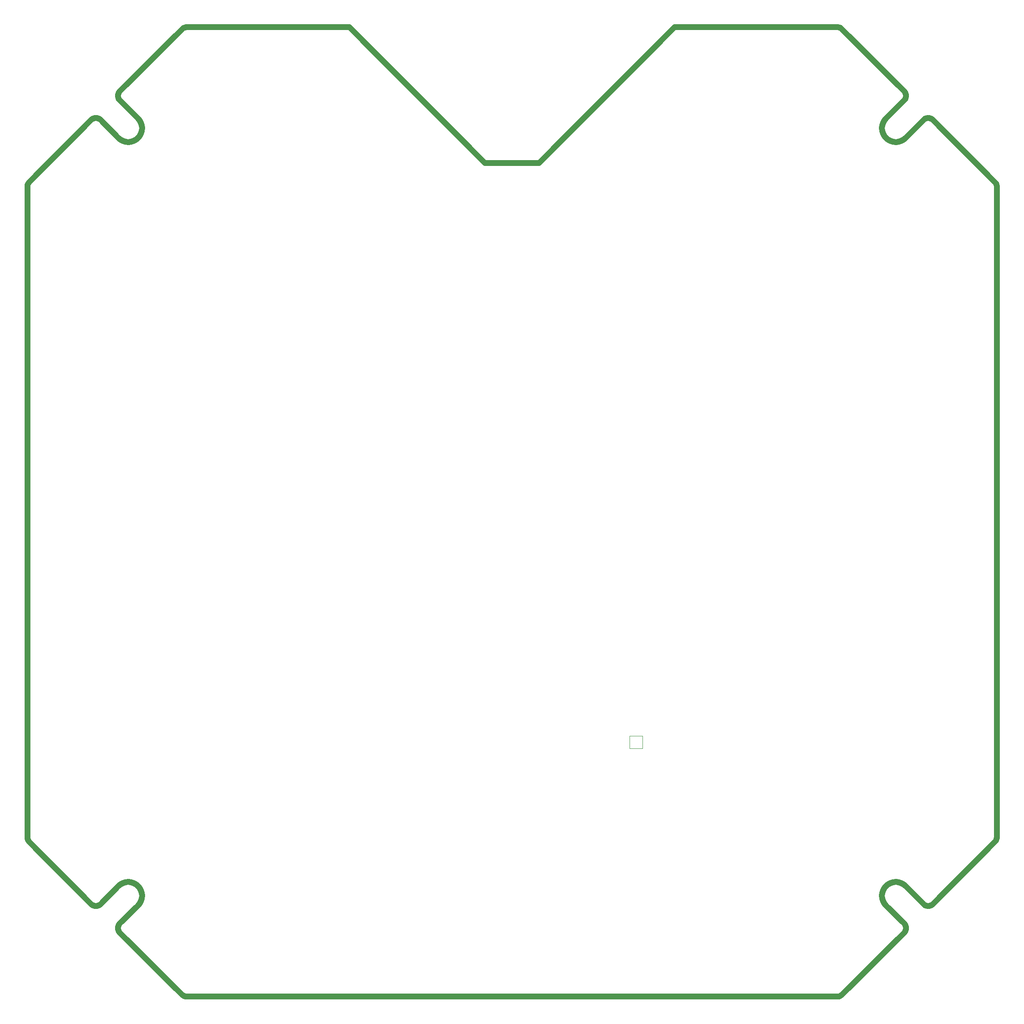
<source format=gm1>
G04*
G04 #@! TF.GenerationSoftware,Altium Limited,Altium Designer,21.9.2 (33)*
G04*
G04 Layer_Color=16711935*
%FSLAX25Y25*%
%MOIN*%
G70*
G04*
G04 #@! TF.SameCoordinates,78272FC5-C187-494E-99D2-452C8614685B*
G04*
G04*
G04 #@! TF.FilePolarity,Positive*
G04*
G01*
G75*
%ADD158C,0.00197*%
%ADD159C,0.04724*%
D158*
X-272224Y-436161D02*
X-261988D01*
Y-446398D02*
Y-436161D01*
X-272224Y-446398D02*
X-261988D01*
X-272224D02*
Y-436161D01*
D159*
X-666960Y-554919D02*
X-665285Y-556293D01*
Y-571920D02*
X-663911Y-570246D01*
X-665285Y-556293D02*
X-663911Y-557968D01*
Y-570246D02*
X-662890Y-568336D01*
X-663911Y-557968D02*
X-662890Y-559878D01*
Y-568336D02*
X-662261Y-566263D01*
X-662890Y-559878D02*
X-662261Y-561951D01*
Y-566263D02*
X-662049Y-564107D01*
X-662261Y-561951D02*
X-662049Y-564107D01*
X-236148Y130236D02*
X-106040D01*
X-344648Y21736D02*
X-236148Y130236D01*
X-626472D02*
X-496364D01*
X-387864Y21736D01*
X-344648D01*
X-627766Y130066D02*
X-626472Y130236D01*
X-106040D02*
X-104745Y130066D01*
X19780Y6488D02*
X20574Y5453D01*
X21074Y4247D01*
X21244Y2953D01*
Y-517480D02*
Y2953D01*
X21074Y-518774D02*
X21244Y-517480D01*
X20574Y-519980D02*
X21074Y-518774D01*
X19780Y-521016D02*
X20574Y-519980D01*
X-30013Y-570808D02*
X19780Y-521016D01*
X-30888Y-571507D02*
X-30013Y-570808D01*
X-31897Y-571992D02*
X-30888Y-571507D01*
X-32989Y-572241D02*
X-31897Y-571992D01*
X-34108Y-572241D02*
X-32989D01*
X-35200Y-571992D02*
X-34108Y-572241D01*
X-36209Y-571507D02*
X-35200Y-571992D01*
X-37084Y-570808D02*
X-36209Y-571507D01*
X-51599Y-556293D02*
X-37084Y-570808D01*
X-53274Y-554919D02*
X-51599Y-556293D01*
X-55184Y-553898D02*
X-53274Y-554919D01*
X-57257Y-553269D02*
X-55184Y-553898D01*
X-59413Y-553057D02*
X-57257Y-553269D01*
X-61568D02*
X-59413Y-553057D01*
X-63641Y-553898D02*
X-61568Y-553269D01*
X-65552Y-554919D02*
X-63641Y-553898D01*
X-67226Y-556293D02*
X-65552Y-554919D01*
X-68600Y-557968D02*
X-67226Y-556293D01*
X-69622Y-559878D02*
X-68600Y-557968D01*
X-70250Y-561951D02*
X-69622Y-559878D01*
X-70463Y-564107D02*
X-70250Y-561951D01*
X-70463Y-564107D02*
X-70250Y-566263D01*
X-69622Y-568336D01*
X-68600Y-570246D01*
X-67226Y-571920D01*
X-52711Y-586436D01*
X-52013Y-587311D01*
X-51527Y-588320D01*
X-51278Y-589411D01*
Y-590531D02*
Y-589411D01*
X-51527Y-591622D02*
X-51278Y-590531D01*
X-52013Y-592631D02*
X-51527Y-591622D01*
X-52711Y-593507D02*
X-52013Y-592631D01*
X-102504Y-643299D02*
X-52711Y-593507D01*
X-103540Y-644094D02*
X-102504Y-643299D01*
X-104745Y-644593D02*
X-103540Y-644094D01*
X-106040Y-644764D02*
X-104745Y-644593D01*
X-626472Y-644764D02*
X-106040Y-644764D01*
X-627766Y-644593D02*
X-626472Y-644764D01*
X-628972Y-644094D02*
X-627766Y-644593D01*
X-630008Y-643299D02*
X-628972Y-644094D01*
X-679801Y-593507D02*
X-630008Y-643299D01*
X-680499Y-592631D02*
X-679801Y-593507D01*
X-680984Y-591622D02*
X-680499Y-592631D01*
X-681234Y-590531D02*
X-680984Y-591622D01*
X-681234Y-590531D02*
Y-589411D01*
X-680984Y-588320D01*
X-680499Y-587311D01*
X-679801Y-586436D01*
X-665285Y-571920D01*
X-668870Y-553898D02*
X-666960Y-554919D01*
X-670943Y-553269D02*
X-668870Y-553898D01*
X-673099Y-553057D02*
X-670943Y-553269D01*
X-675255D02*
X-673099Y-553057D01*
X-677328Y-553898D02*
X-675255Y-553269D01*
X-679238Y-554919D02*
X-677328Y-553898D01*
X-680912Y-556293D02*
X-679238Y-554919D01*
X-695428Y-570809D02*
X-680912Y-556293D01*
X-696303Y-571507D02*
X-695428Y-570809D01*
X-697312Y-571992D02*
X-696303Y-571507D01*
X-698403Y-572241D02*
X-697312Y-571992D01*
X-699523Y-572241D02*
X-698403D01*
X-700615Y-571992D02*
X-699523Y-572241D01*
X-701623Y-571507D02*
X-700615Y-571992D01*
X-702499Y-570809D02*
X-701623Y-571507D01*
X-752291Y-521016D02*
X-702499Y-570809D01*
X-753086Y-519980D02*
X-752291Y-521016D01*
X-753585Y-518774D02*
X-753086Y-519980D01*
X-753756Y-517480D02*
X-753585Y-518774D01*
X-753756Y2953D02*
X-753756Y-517480D01*
X-753756Y2953D02*
X-753585Y4247D01*
X-753086Y5453D01*
X-752291Y6488D01*
X-702499Y56281D01*
X-701623Y56979D01*
X-700615Y57465D01*
X-699523Y57714D01*
X-698403D01*
X-697312Y57465D01*
X-696303Y56979D01*
X-695428Y56281D01*
X-680913Y41766D01*
X-679238Y40392D01*
X-677328Y39371D01*
X-675255Y38742D01*
X-673099Y38529D01*
X-670943Y38742D01*
X-668870Y39371D01*
X-666960Y40392D01*
X-665285Y41766D01*
X-663911Y43440D01*
X-662890Y45351D01*
X-662261Y47424D01*
X-662049Y49579D01*
X-662261Y51735D02*
X-662049Y49579D01*
X-662890Y53808D02*
X-662261Y51735D01*
X-663911Y55718D02*
X-662890Y53808D01*
X-665285Y57393D02*
X-663911Y55718D01*
X-679801Y71908D02*
X-665285Y57393D01*
X-680499Y72783D02*
X-679801Y71908D01*
X-680984Y73792D02*
X-680499Y72783D01*
X-681234Y74884D02*
X-680984Y73792D01*
X-681234Y74884D02*
Y76003D01*
X-680984Y77095D01*
X-680499Y78104D01*
X-679801Y78979D01*
X-630008Y128772D01*
X-628972Y129566D01*
X-627766Y130066D01*
X-104745Y130066D02*
X-103540Y129566D01*
X-102504Y128772D01*
X-52711Y78979D01*
X-52013Y78104D01*
X-51527Y77095D01*
X-51278Y76003D01*
Y74884D02*
Y76003D01*
X-51527Y73792D02*
X-51278Y74884D01*
X-52013Y72783D02*
X-51527Y73792D01*
X-52711Y71908D02*
X-52013Y72783D01*
X-67226Y57393D02*
X-52711Y71908D01*
X-68600Y55718D02*
X-67226Y57393D01*
X-69622Y53808D02*
X-68600Y55718D01*
X-70250Y51735D02*
X-69622Y53808D01*
X-70463Y49579D02*
X-70250Y51735D01*
X-70463Y49579D02*
X-70250Y47424D01*
X-69622Y45351D01*
X-68600Y43440D01*
X-67226Y41766D01*
X-65552Y40392D01*
X-63641Y39371D01*
X-61568Y38742D01*
X-59413Y38529D01*
X-57257Y38742D01*
X-55184Y39371D01*
X-53274Y40392D01*
X-51599Y41766D01*
X-37084Y56281D01*
X-36209Y56979D01*
X-35200Y57465D01*
X-34108Y57714D01*
X-32989D01*
X-31897Y57465D01*
X-30888Y56979D01*
X-30013Y56281D01*
X19780Y6488D01*
M02*

</source>
